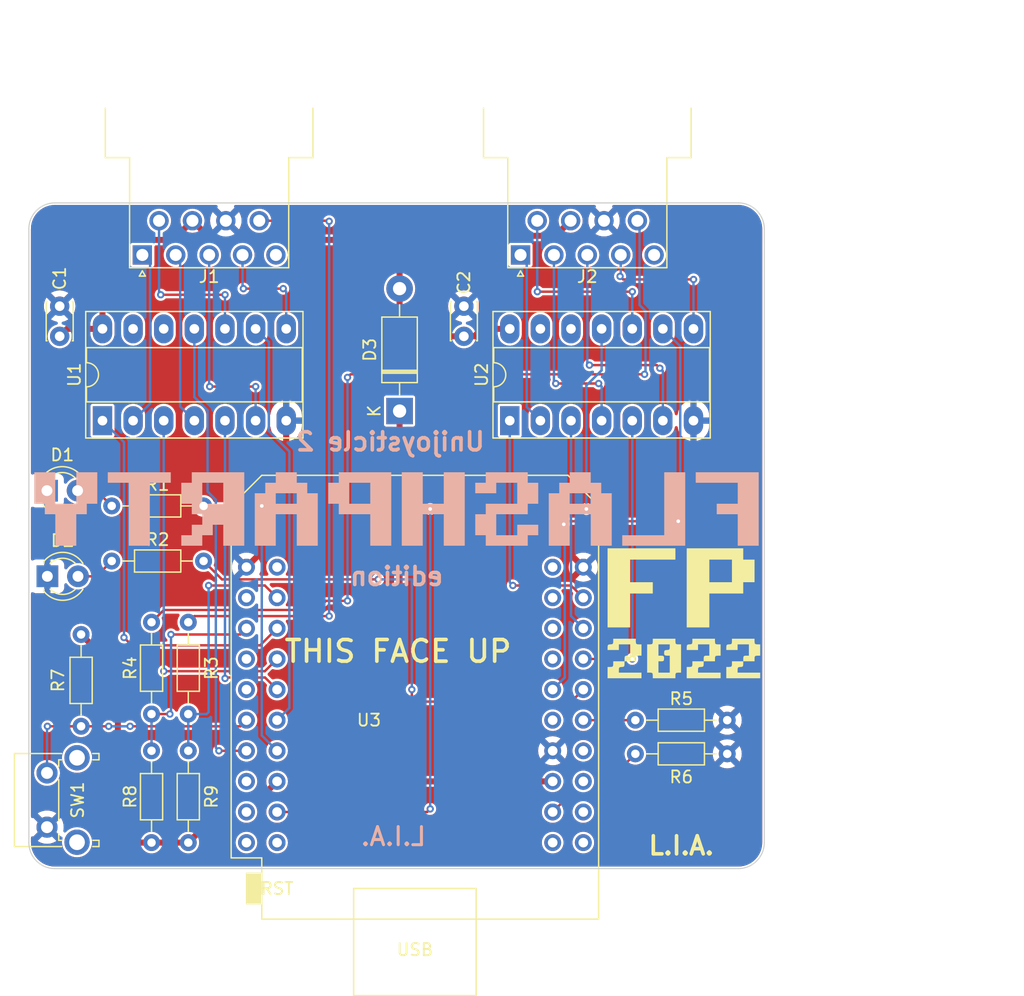
<source format=kicad_pcb>
(kicad_pcb (version 20211014) (generator pcbnew)
  (title_block (title "Unijoysticle 2 - Flashparty Edition") (date "2022-07-30") (rev "A") (company "Retro Moe"))
  (layers (0 "F.Cu" signal) (31 "B.Cu" signal) (34 "B.Paste" user) (35 "F.Paste" user) (36 "B.SilkS" user "B.Silkscreen") (37 "F.SilkS" user "F.Silkscreen") (38 "B.Mask" user) (39 "F.Mask" user) (44 "Edge.Cuts" user))
  (net 0 "")
  (net 1 "GND")
  (net 2 "GPIO_J1_LED")
  (net 3 "GPIO_J2_LED")
  (net 4 "GPIO_J1_POTX_SYNC")
  (net 5 "GPIO_J2_POTX_SYNC")
  (net 6 "GPIO_BOOTSTRAP_04")
  (net 7 "GPIO_BOOTSTRAP_15_LED_BT")
  (net 8 "GPIO_SWITCH_USER1")
  (net 9 "+3V3")
  (net 10 "GPIO_J1_UP")
  (net 11 "GPIO_J1_DOWN")
  (net 12 "J1UP")
  (net 13 "J1LEFT")
  (net 14 "J1DOWN")
  (net 15 "J1RIGHT")
  (net 16 "J1POTX")
  (net 17 "J1FIRE")
  (net 18 "J2UP")
  (net 19 "J2LEFT")
  (net 20 "J2DOWN")
  (net 21 "J2RIGHT")
  (net 22 "J2FIRE")
  (net 23 "Net-(D1-Pad2)")
  (net 24 "VDD")
  (net 25 "GPIO_J1_LEFT")
  (net 26 "GPIO_J1_RIGHT")
  (net 27 "GPIO_J1_FIRE")
  (net 28 "Net-(D2-Pad2)")
  (net 29 "+5V")
  (net 30 "GPIO_J2_UP")
  (net 31 "GPIO_J2_DOWN")
  (net 34 "GPIO_J2_LEFT")
  (net 35 "GPIO_J2_RIGHT")
  (net 37 "GPIO_J2_FIRE")
  (net 48 "J2POTX")
  (footprint "Connector_Dsub:DSUB-9_Female_Horizontal_P2.77x2.84mm_EdgePinOffset9.40mm" (layer "F.Cu") (at 152.781 79.248 180)
    (fp_text reference "J2" (at -5.54 -1.8 180) (layer "F.SilkS"))
    (fp_text value "DB9_Female")
    (pad "1" thru_hole rect (at 0 0 180) (size 1.6 1.6) (drill 1) (layers *.Cu *.Mask) (net 18 "J2UP"))
    (pad "2" thru_hole circle (at -2.77 0 180) (size 1.6 1.6) (drill 1) (layers *.Cu *.Mask) (net 20 "J2DOWN"))
    (pad "3" thru_hole circle (at -5.54 0 180) (size 1.6 1.6) (drill 1) (layers *.Cu *.Mask) (net 19 "J2LEFT"))
    (pad "4" thru_hole circle (at -8.31 0 180) (size 1.6 1.6) (drill 1) (layers *.Cu *.Mask) (net 21 "J2RIGHT"))
    (pad "5" thru_hole circle (at -11.08 0 180) (size 1.6 1.6) (drill 1) (layers *.Cu *.Mask))
    (pad "6" thru_hole circle (at -1.385 2.84 180) (size 1.6 1.6) (drill 1) (layers *.Cu *.Mask) (net 22 "J2FIRE"))
    (pad "7" thru_hole circle (at -4.155 2.84 180) (size 1.6 1.6) (drill 1) (layers *.Cu *.Mask) (net 29 "+5V"))
    (pad "8" thru_hole circle (at -6.925 2.84 180) (size 1.6 1.6) (drill 1) (layers *.Cu *.Mask) (net 1 "GND"))
    (pad "9" thru_hole circle (at -9.695 2.84 180) (size 1.6 1.6) (drill 1) (layers *.Cu *.Mask) (net 48 "J2POTX"))
  )
  (footprint "Connector_Dsub:DSUB-9_Female_Horizontal_P2.77x2.84mm_EdgePinOffset9.40mm" (layer "F.Cu") (at 121.412 79.248 180)
    (fp_text reference "J1" (at -5.54 -1.8 180) (layer "F.SilkS"))
    (fp_text value "DB9_Female")
    (pad "1" thru_hole rect (at 0 0 180) (size 1.6 1.6) (drill 1) (layers *.Cu *.Mask) (net 12 "J1UP"))
    (pad "2" thru_hole circle (at -2.77 0 180) (size 1.6 1.6) (drill 1) (layers *.Cu *.Mask) (net 14 "J1DOWN"))
    (pad "3" thru_hole circle (at -5.54 0 180) (size 1.6 1.6) (drill 1) (layers *.Cu *.Mask) (net 13 "J1LEFT"))
    (pad "4" thru_hole circle (at -8.31 0 180) (size 1.6 1.6) (drill 1) (layers *.Cu *.Mask) (net 15 "J1RIGHT"))
    (pad "5" thru_hole circle (at -11.08 0 180) (size 1.6 1.6) (drill 1) (layers *.Cu *.Mask))
    (pad "6" thru_hole circle (at -1.385 2.84 180) (size 1.6 1.6) (drill 1) (layers *.Cu *.Mask) (net 17 "J1FIRE"))
    (pad "7" thru_hole circle (at -4.155 2.84 180) (size 1.6 1.6) (drill 1) (layers *.Cu *.Mask) (net 29 "+5V"))
    (pad "8" thru_hole circle (at -6.925 2.84 180) (size 1.6 1.6) (drill 1) (layers *.Cu *.Mask) (net 1 "GND"))
    (pad "9" thru_hole circle (at -9.695 2.84 180) (size 1.6 1.6) (drill 1) (layers *.Cu *.Mask) (net 16 "J1POTX"))
  )
  (footprint "Resistor_THT:R_Axial_DIN0204_L3.6mm_D1.6mm_P7.62mm_Horizontal" (layer "F.Cu") (at 126.492 100.076 180)
    (fp_text reference "R1" (at 3.81 1.778) (layer "F.SilkS"))
    (fp_text value "150")
    (pad "1" thru_hole circle (at 0 0 180) (size 1.4 1.4) (drill 0.7) (layers *.Cu *.Mask) (net 2 "GPIO_J1_LED"))
    (pad "2" thru_hole oval (at 7.62 0 180) (size 1.4 1.4) (drill 0.7) (layers *.Cu *.Mask) (net 23 "Net-(D1-Pad2)"))
  )
  (footprint "Resistor_THT:R_Axial_DIN0204_L3.6mm_D1.6mm_P7.62mm_Horizontal" (layer "F.Cu") (at 126.492 104.648 180)
    (fp_text reference "R2" (at 3.81 1.778) (layer "F.SilkS"))
    (fp_text value "150")
    (pad "1" thru_hole circle (at 0 0 180) (size 1.4 1.4) (drill 0.7) (layers *.Cu *.Mask) (net 3 "GPIO_J2_LED"))
    (pad "2" thru_hole oval (at 7.62 0 180) (size 1.4 1.4) (drill 0.7) (layers *.Cu *.Mask) (net 28 "Net-(D2-Pad2)"))
  )
  (footprint "Button_Switch_THT:SW_Tactile_SPST_Angled_PTS645Vx39-2LFS" (layer "F.Cu") (at 113.5045 126.735 90)
    (fp_text reference "SW1" (at 2.25 2.54 90) (layer "F.SilkS"))
    (fp_text value "SW_Push")
    (pad "" thru_hole circle (at -1.25 2.49 90) (size 2.1 2.1) (drill 1.3) (layers *.Cu *.Mask))
    (pad "" thru_hole circle (at 5.76 2.49 90) (size 2.1 2.1) (drill 1.3) (layers *.Cu *.Mask))
    (pad "1" thru_hole circle (at 0 0 90) (size 1.75 1.75) (drill 0.99) (layers *.Cu *.Mask) (net 1 "GND"))
    (pad "2" thru_hole circle (at 4.5 0 90) (size 1.75 1.75) (drill 0.99) (layers *.Cu *.Mask) (net 8 "GPIO_SWITCH_USER1"))
  )
  (footprint "LED_THT:LED_D3.0mm" (layer "F.Cu") (at 113.533 105.918)
    (fp_text reference "D2" (at 1.27 -2.96) (layer "F.SilkS"))
    (fp_text value "LED")
    (pad "1" thru_hole rect (at 0 0) (size 1.8 1.8) (drill 0.9) (layers *.Cu *.Mask) (net 1 "GND"))
    (pad "2" thru_hole circle (at 2.54 0) (size 1.8 1.8) (drill 0.9) (layers *.Cu *.Mask) (net 28 "Net-(D2-Pad2)"))
  )
  (footprint "LED_THT:LED_D3.0mm" (layer "F.Cu") (at 113.5 98.806)
    (fp_text reference "D1" (at 1.27 -2.96) (layer "F.SilkS"))
    (fp_text value "LED")
    (pad "1" thru_hole rect (at 0 0) (size 1.8 1.8) (drill 0.9) (layers *.Cu *.Mask) (net 1 "GND"))
    (pad "2" thru_hole circle (at 2.54 0) (size 1.8 1.8) (drill 0.9) (layers *.Cu *.Mask) (net 23 "Net-(D1-Pad2)"))
  )
  (footprint "Resistor_THT:R_Axial_DIN0204_L3.6mm_D1.6mm_P7.62mm_Horizontal" (layer "F.Cu") (at 169.926 117.856 180)
    (fp_text reference "R5" (at 3.81 1.778) (layer "F.SilkS"))
    (fp_text value "0")
    (pad "1" thru_hole circle (at 0 0 180) (size 1.4 1.4) (drill 0.7) (layers *.Cu *.Mask) (net 1 "GND"))
    (pad "2" thru_hole oval (at 7.62 0 180) (size 1.4 1.4) (drill 0.7) (layers *.Cu *.Mask) (net 6 "GPIO_BOOTSTRAP_04"))
  )
  (footprint "Capacitor_THT:C_Disc_D3.0mm_W2.0mm_P2.50mm" (layer "F.Cu") (at 148.082 86 90)
    (fp_text reference "C2" (at 4.466 0 90) (layer "F.SilkS"))
    (fp_text value ".1uF")
    (pad "1" thru_hole circle (at 0 0 90) (size 1.6 1.6) (drill 0.8) (layers *.Cu *.Mask) (net 29 "+5V"))
    (pad "2" thru_hole circle (at 2.5 0 90) (size 1.6 1.6) (drill 0.8) (layers *.Cu *.Mask) (net 1 "GND"))
  )
  (footprint "Resistor_THT:R_Axial_DIN0204_L3.6mm_D1.6mm_P7.62mm_Horizontal" (layer "F.Cu") (at 116.332 118.364 90)
    (fp_text reference "R7" (at 3.81 -1.92 90) (layer "F.SilkS"))
    (fp_text value "10K")
    (pad "1" thru_hole circle (at 0 0 90) (size 1.4 1.4) (drill 0.7) (layers *.Cu *.Mask) (net 8 "GPIO_SWITCH_USER1"))
    (pad "2" thru_hole oval (at 7.62 0 90) (size 1.4 1.4) (drill 0.7) (layers *.Cu *.Mask) (net 9 "+3V3"))
  )
  (footprint "bmp:fp" (layer "F.Cu") (at 194.31 124.46)
    (fp_text reference "G***" hide)
    (fp_text value "LOGO" hide)
  )
  (footprint "Package_DIP:DIP-14_W7.62mm_Socket_LongPads" (layer "F.Cu") (at 118.105 93 90)
    (fp_text reference "U1" (at 3.81 -2.33 90) (layer "F.SilkS"))
    (fp_text value "74HC05")
    (pad "1" thru_hole rect (at 0 0 90) (size 2.4 1.6) (drill 0.8) (layers *.Cu *.Mask) (net 10 "GPIO_J1_UP"))
    (pad "2" thru_hole oval (at 0 2.54 90) (size 2.4 1.6) (drill 0.8) (layers *.Cu *.Mask) (net 12 "J1UP"))
    (pad "3" thru_hole oval (at 0 5.08 90) (size 2.4 1.6) (drill 0.8) (layers *.Cu *.Mask) (net 11 "GPIO_J1_DOWN"))
    (pad "4" thru_hole oval (at 0 7.62 90) (size 2.4 1.6) (drill 0.8) (layers *.Cu *.Mask) (net 14 "J1DOWN"))
    (pad "5" thru_hole oval (at 0 10.16 90) (size 2.4 1.6) (drill 0.8) (layers *.Cu *.Mask) (net 25 "GPIO_J1_LEFT"))
    (pad "6" thru_hole oval (at 0 12.7 90) (size 2.4 1.6) (drill 0.8) (layers *.Cu *.Mask) (net 13 "J1LEFT"))
    (pad "7" thru_hole oval (at 0 15.24 90) (size 2.4 1.6) (drill 0.8) (layers *.Cu *.Mask) (net 1 "GND"))
    (pad "8" thru_hole oval (at 7.62 15.24 90) (size 2.4 1.6) (drill 0.8) (layers *.Cu *.Mask) (net 15 "J1RIGHT"))
    (pad "9" thru_hole oval (at 7.62 12.7 90) (size 2.4 1.6) (drill 0.8) (layers *.Cu *.Mask) (net 26 "GPIO_J1_RIGHT"))
    (pad "10" thru_hole oval (at 7.62 10.16 90) (size 2.4 1.6) (drill 0.8) (layers *.Cu *.Mask) (net 17 "J1FIRE"))
    (pad "11" thru_hole oval (at 7.62 7.62 90) (size 2.4 1.6) (drill 0.8) (layers *.Cu *.Mask) (net 27 "GPIO_J1_FIRE"))
    (pad "12" thru_hole oval (at 7.62 5.08 90) (size 2.4 1.6) (drill 0.8) (layers *.Cu *.Mask))
    (pad "13" thru_hole oval (at 7.62 2.54 90) (size 2.4 1.6) (drill 0.8) (layers *.Cu *.Mask))
    (pad "14" thru_hole oval (at 7.62 0 90) (size 2.4 1.6) (drill 0.8) (layers *.Cu *.Mask) (net 29 "+5V"))
  )
  (footprint "Resistor_THT:R_Axial_DIN0204_L3.6mm_D1.6mm_P7.62mm_Horizontal" (layer "F.Cu") (at 169.926 120.65 180)
    (fp_text reference "R6" (at 3.81 -1.92) (layer "F.SilkS"))
    (fp_text value "0")
    (pad "1" thru_hole circle (at 0 0 180) (size 1.4 1.4) (drill 0.7) (layers *.Cu *.Mask) (net 1 "GND"))
    (pad "2" thru_hole oval (at 7.62 0 180) (size 1.4 1.4) (drill 0.7) (layers *.Cu *.Mask) (net 7 "GPIO_BOOTSTRAP_15_LED_BT"))
  )
  (footprint "Resistor_THT:R_Axial_DIN0204_L3.6mm_D1.6mm_P7.62mm_Horizontal" (layer "F.Cu") (at 122.174 109.728 -90)
    (fp_text reference "R4" (at 3.81 1.778 90) (layer "F.SilkS"))
    (fp_text value "150")
    (pad "1" thru_hole circle (at 0 0 270) (size 1.4 1.4) (drill 0.7) (layers *.Cu *.Mask) (net 48 "J2POTX"))
    (pad "2" thru_hole oval (at 7.62 0 270) (size 1.4 1.4) (drill 0.7) (layers *.Cu *.Mask) (net 5 "GPIO_J2_POTX_SYNC"))
  )
  (footprint "Resistor_THT:R_Axial_DIN0204_L3.6mm_D1.6mm_P7.62mm_Horizontal" (layer "F.Cu") (at 125.222 109.728 -90)
    (fp_text reference "R3" (at 3.81 -1.92 -270) (layer "F.SilkS"))
    (fp_text value "150")
    (pad "1" thru_hole circle (at 0 0 270) (size 1.4 1.4) (drill 0.7) (layers *.Cu *.Mask) (net 16 "J1POTX"))
    (pad "2" thru_hole oval (at 7.62 0 270) (size 1.4 1.4) (drill 0.7) (layers *.Cu *.Mask) (net 4 "GPIO_J1_POTX_SYNC"))
  )
  (footprint "Package_DIP:DIP-14_W7.62mm_Socket_LongPads" (layer "F.Cu") (at 151.887 93 90)
    (fp_text reference "U2" (at 3.81 -2.33 90) (layer "F.SilkS"))
    (fp_text value "74HC05")
    (pad "1" thru_hole rect (at 0 0 90) (size 2.4 1.6) (drill 0.8) (layers *.Cu *.Mask) (net 30 "GPIO_J2_UP"))
    (pad "2" thru_hole oval (at 0 2.54 90) (size 2.4 1.6) (drill 0.8) (layers *.Cu *.Mask) (net 18 "J2UP"))
    (pad "3" thru_hole oval (at 0 5.08 90) (size 2.4 1.6) (drill 0.8) (layers *.Cu *.Mask) (net 31 "GPIO_J2_DOWN"))
    (pad "4" thru_hole oval (at 0 7.62 90) (size 2.4 1.6) (drill 0.8) (layers *.Cu *.Mask) (net 20 "J2DOWN"))
    (pad "5" thru_hole oval (at 0 10.16 90) (size 2.4 1.6) (drill 0.8) (layers *.Cu *.Mask) (net 34 "GPIO_J2_LEFT"))
    (pad "6" thru_hole oval (at 0 12.7 90) (size 2.4 1.6) (drill 0.8) (layers *.Cu *.Mask) (net 19 "J2LEFT"))
    (pad "7" thru_hole oval (at 0 15.24 90) (size 2.4 1.6) (drill 0.8) (layers *.Cu *.Mask) (net 1 "GND"))
    (pad "8" thru_hole oval (at 7.62 15.24 90) (size 2.4 1.6) (drill 0.8) (layers *.Cu *.Mask) (net 21 "J2RIGHT"))
    (pad "9" thru_hole oval (at 7.62 12.7 90) (size 2.4 1.6) (drill 0.8) (layers *.Cu *.Mask) (net 35 "GPIO_J2_RIGHT"))
    (pad "10" thru_hole oval (at 7.62 10.16 90) (size 2.4 1.6) (drill 0.8) (layers *.Cu *.Mask) (net 22 "J2FIRE"))
    (pad "11" thru_hole oval (at 7.62 7.62 90) (size 2.4 1.6) (drill 0.8) (layers *.Cu *.Mask) (net 37 "GPIO_J2_FIRE"))
    (pad "12" thru_hole oval (at 7.62 5.08 90) (size 2.4 1.6) (drill 0.8) (layers *.Cu *.Mask))
    (pad "13" thru_hole oval (at 7.62 2.54 90) (size 2.4 1.6) (drill 0.8) (layers *.Cu *.Mask))
    (pad "14" thru_hole oval (at 7.62 0 90) (size 2.4 1.6) (drill 0.8) (layers *.Cu *.Mask) (net 29 "+5V"))
  )
  (footprint "Diode_THT:D_DO-41_SOD81_P10.16mm_Horizontal" (layer "F.Cu") (at 142.748 92.202 90)
    (fp_text reference "D3" (at 5.08 -2.47 90) (layer "F.SilkS"))
    (fp_text value "1N5819")
    (fp_text user "K" (at 0 -2.1 90) (layer "F.SilkS"))
    (pad "1" thru_hole rect (at 0 0 90) (size 2.2 2.2) (drill 1.1) (layers *.Cu *.Mask) (net 24 "VDD"))
    (pad "2" thru_hole oval (at 10.16 0 90) (size 2.2 2.2) (drill 1.1) (layers *.Cu *.Mask) (net 29 "+5V"))
  )
  (footprint "Resistor_THT:R_Axial_DIN0204_L3.6mm_D1.6mm_P7.62mm_Horizontal" (layer "F.Cu") (at 122.174 120.396 -90)
    (fp_text reference "R8" (at 3.81 1.778 90) (layer "F.SilkS"))
    (fp_text value "10K")
    (pad "1" thru_hole circle (at 0 0 270) (size 1.4 1.4) (drill 0.7) (layers *.Cu *.Mask) (net 5 "GPIO_J2_POTX_SYNC"))
    (pad "2" thru_hole oval (at 7.62 0 270) (size 1.4 1.4) (drill 0.7) (layers *.Cu *.Mask) (net 9 "+3V3"))
  )
  (footprint "ESP32_mini:ESP32_mini" (layer "F.Cu") (at 144.018 116.586)
    (fp_text reference "U3" (at -3.81 1.27) (layer "F.SilkS"))
    (fp_text value "mini_esp32")
    (fp_text user "RST" (at -11.43 15.24) (layer "F.SilkS"))
    (fp_text user "USB" (at 0 20.32) (layer "F.SilkS"))
    (pad "1" thru_hole circle locked (at -13.97 -11.43 270) (size 1.4 1.4) (drill 0.8) (layers *.Cu *.Mask) (net 1 "GND"))
    (pad "2" thru_hole circle locked (at -11.43 -11.43 270) (size 1.4 1.4) (drill 0.8) (layers *.Cu *.Mask))
    (pad "3" thru_hole circle locked (at -13.97 -8.89 270) (size 1.4 1.4) (drill 0.8) (layers *.Cu *.Mask))
    (pad "4" thru_hole circle locked (at -11.43 -8.89 270) (size 1.4 1.4) (drill 0.8) (layers *.Cu *.Mask) (net 4 "GPIO_J1_POTX_SYNC"))
    (pad "5" thru_hole circle locked (at -13.97 -6.35 270) (size 1.4 1.4) (drill 0.8) (layers *.Cu *.Mask) (net 5 "GPIO_J2_POTX_SYNC"))
    (pad "6" thru_hole circle locked (at -11.43 -6.35 270) (size 1.4 1.4) (drill 0.8) (layers *.Cu *.Mask) (net 10 "GPIO_J1_UP"))
    (pad "7" thru_hole circle locked (at -13.97 -3.81 270) (size 1.4 1.4) (drill 0.8) (layers *.Cu *.Mask))
    (pad "8" thru_hole circle locked (at -11.43 -3.81 270) (size 1.4 1.4) (drill 0.8) (layers *.Cu *.Mask) (net 11 "GPIO_J1_DOWN"))
    (pad "9" thru_hole circle locked (at -13.97 -1.27 270) (size 1.4 1.4) (drill 0.8) (layers *.Cu *.Mask))
    (pad "10" thru_hole circle locked (at -11.43 -1.27 270) (size 1.4 1.4) (drill 0.8) (layers *.Cu *.Mask) (net 25 "GPIO_J1_LEFT"))
    (pad "11" thru_hole circle locked (at -13.97 1.27 270) (size 1.4 1.4) (drill 0.8) (layers *.Cu *.Mask) (net 8 "GPIO_SWITCH_USER1"))
    (pad "12" thru_hole circle locked (at -11.43 1.27 270) (size 1.4 1.4) (drill 0.8) (layers *.Cu *.Mask) (net 26 "GPIO_J1_RIGHT"))
    (pad "13" thru_hole circle locked (at -13.97 3.81 270) (size 1.4 1.4) (drill 0.8) (layers *.Cu *.Mask) (net 27 "GPIO_J1_FIRE"))
    (pad "14" thru_hole circle locked (at -11.43 3.81 270) (size 1.4 1.4) (drill 0.8) (layers *.Cu *.Mask) (net 2 "GPIO_J1_LED"))
    (pad "15" thru_hole circle locked (at -13.97 6.35 270) (size 1.4 1.4) (drill 0.8) (layers *.Cu *.Mask))
    (pad "16" thru_hole circle locked (at -11.43 6.35 270) (size 1.4 1.4) (drill 0.8) (layers *.Cu *.Mask) (net 9 "+3V3"))
    (pad "17" thru_hole circle locked (at -13.97 8.89 270) (size 1.4 1.4) (drill 0.8) (layers *.Cu *.Mask))
    (pad "18" thru_hole circle locked (at -11.43 8.89 270) (size 1.4 1.4) (drill 0.8) (layers *.Cu *.Mask) (net 37 "GPIO_J2_FIRE"))
    (pad "19" thru_hole circle locked (at -13.97 11.43 270) (size 1.4 1.4) (drill 0.8) (layers *.Cu *.Mask))
    (pad "20" thru_hole circle locked (at -11.43 11.43 270) (size 1.4 1.4) (drill 0.8) (layers *.Cu *.Mask))
    (pad "21" thru_hole circle locked (at 11.43 -11.43 270) (size 1.4 1.4) (drill 0.8) (layers *.Cu *.Mask))
    (pad "22" thru_hole circle locked (at 13.97 -11.43 270) (size 1.4 1.4) (drill 0.8) (layers *.Cu *.Mask) (net 1 "GND"))
    (pad "23" thru_hole circle locked (at 11.43 -8.89 270) (size 1.4 1.4) (drill 0.8) (layers *.Cu *.Mask))
    (pad "24" thru_hole circle locked (at 13.97 -8.89 270) (size 1.4 1.4) (drill 0.8) (layers *.Cu *.Mask) (net 30 "GPIO_J2_UP"))
    (pad "25" thru_hole circle locked (at 11.43 -6.35 270) (size 1.4 1.4) (drill 0.8) (layers *.Cu *.Mask))
    (pad "26" thru_hole circle locked (at 13.97 -6.35 270) (size 1.4 1.4) (drill 0.8) (layers *.Cu *.Mask) (net 31 "GPIO_J2_DOWN"))
    (pad "27" thru_hole circle locked (at 11.43 -3.81 270) (size 1.4 1.4) (drill 0.8) (layers *.Cu *.Mask))
    (pad "28" thru_hole circle locked (at 13.97 -3.81 270) (size 1.4 1.4) (drill 0.8) (layers *.Cu *.Mask) (net 34 "GPIO_J2_LEFT"))
    (pad "29" thru_hole circle locked (at 11.43 -1.27 270) (size 1.4 1.4) (drill 0.8) (layers *.Cu *.Mask) (net 35 "GPIO_J2_RIGHT"))
    (pad "30" thru_hole circle locked (at 13.97 -1.27 270) (size 1.4 1.4) (drill 0.8) (layers *.Cu *.Mask) (net 3 "GPIO_J2_LED"))
    (pad "31" thru_hole circle locked (at 11.43 1.27 270) (size 1.4 1.4) (drill 0.8) (layers *.Cu *.Mask))
    (pad "32" thru_hole circle locked (at 13.97 1.27 270) (size 1.4 1.4) (drill 0.8) (layers *.Cu *.Mask) (net 6 "GPIO_BOOTSTRAP_04"))
    (pad "33" thru_hole circle locked (at 11.43 3.81 270) (size 1.4 1.4) (drill 0.8) (layers *.Cu *.Mask) (net 1 "GND"))
    (pad "34" thru_hole circle locked (at 13.97 3.81 270) (size 1.4 1.4) (drill 0.8) (layers *.Cu *.Mask))
    (pad "35" thru_hole circle locked (at 11.43 6.35 270) (size 1.4 1.4) (drill 0.8) (layers *.Cu *.Mask) (net 24 "VDD"))
    (pad "36" thru_hole circle locked (at 13.97 6.35 270) (size 1.4 1.4) (drill 0.8) (layers *.Cu *.Mask))
    (pad "37" thru_hole circle locked (at 11.43 8.89 270) (size 1.4 1.4) (drill 0.8) (layers *.Cu *.Mask) (net 7 "GPIO_BOOTSTRAP_15_LED_BT"))
    (pad "38" thru_hole circle locked (at 13.97 8.89 270) (size 1.4 1.4) (drill 0.8) (layers *.Cu *.Mask))
    (pad "39" thru_hole circle locked (at 11.43 11.43 270) (size 1.4 1.4) (drill 0.8) (layers *.Cu *.Mask))
    (pad "40" thru_hole circle locked (at 13.97 11.43 270) (size 1.4 1.4) (drill 0.8) (layers *.Cu *.Mask))
  )
  (footprint "Capacitor_THT:C_Disc_D3.0mm_W2.0mm_P2.50mm" (layer "F.Cu") (at 114.554 86 90)
    (fp_text reference "C1" (at 4.806 0 90) (layer "F.SilkS"))
    (fp_text value ".1uF")
    (pad "1" thru_hole circle (at 0 0 90) (size 1.6 1.6) (drill 0.8) (layers *.Cu *.Mask) (net 29 "+5V"))
    (pad "2" thru_hole circle (at 2.5 0 90) (size 1.6 1.6) (drill 0.8) (layers *.Cu *.Mask) (net 1 "GND"))
  )
  (footprint "Resistor_THT:R_Axial_DIN0204_L3.6mm_D1.6mm_P7.62mm_Horizontal" (layer "F.Cu") (at 125.222 120.396 -90)
    (fp_text reference "R9" (at 3.81 -1.92 90) (layer "F.SilkS"))
    (fp_text value "10K")
    (pad "1" thru_hole circle (at 0 0 270) (size 1.4 1.4) (drill 0.7) (layers *.Cu *.Mask) (net 4 "GPIO_J1_POTX_SYNC"))
    (pad "2" thru_hole oval (at 7.62 0 270) (size 1.4 1.4) (drill 0.7) (layers *.Cu *.Mask) (net 9 "+3V3"))
  )
  (footprint "bmp:flashparty" (layer "B.Cu") (at 142.494 100.33 180)
    (fp_text reference "G***" hide)
    (fp_text value "LOGO" hide)
  )
  (gr_line (start 173 77.089) (end 172.999 128.013356) (layer "Edge.Cuts") (width 0.1))
  (gr_line (start 114.159 130.172356) (end 170.84 130.172356) (layer "Edge.Cuts") (width 0.1))
  (gr_line (start 170.84 74.929) (end 114.159 74.93) (layer "Edge.Cuts") (width 0.1))
  (gr_arc (start 170.84 74.929) (mid 172.367351 75.561649) (end 173 77.089) (layer "Edge.Cuts") (width 0.1))
  (gr_line (start 112 77.089) (end 112 128.013356) (layer "Edge.Cuts") (width 0.1))
  (gr_arc (start 114.159 130.172356) (mid 112.632356 129.54) (end 112 128.013356) (layer "Edge.Cuts") (width 0.1))
  (gr_arc (start 172.999 128.013356) (mid 172.366644 129.54) (end 170.84 130.172356) (layer "Edge.Cuts") (width 0.1))
  (gr_arc (start 112 77.089) (mid 112.632356 75.562356) (end 114.159 74.93) (layer "Edge.Cuts") (width 0.1))
  (gr_text "L.I.A." (at 142.24 127.508) (layer "B.SilkS") (effects (font (size 1.5 1.5) (thickness 0.25)) (justify mirror)))
  (gr_text "edition" (at 142.494 105.918) (layer "B.SilkS") (effects (font (size 1.5 1.5) (thickness 0.3)) (justify mirror)))
  (gr_text "Unijoysticle 2" (at 141.986 94.742) (layer "B.SilkS") (effects (font (size 1.5 1.5) (thickness 0.3)) (justify mirror)))
  (gr_text "L.I.A." (at 166.116 128.27) (layer "F.SilkS") (effects (font (size 1.5 1.5) (thickness 0.3))))
  (gr_text "THIS FACE UP" (at 142.621 112.141) (layer "F.SilkS") (effects (font (size 1.8 1.8) (thickness 0.3))))
  (segment (start 131.318 100.076) (end 126.492 100.076) (width 0.2) (layer "F.Cu") (net 2))
  (via (at 131.318 100.076) (size 0.6) (drill 0.3) (layers "F.Cu" "B.Cu") (net 2))
  (segment (start 132.588 120.396) (end 131.318 119.126) (width 0.2) (layer "B.Cu") (net 2))
  (segment (start 131.318 119.126) (end 131.318 100.076) (width 0.2) (layer "B.Cu") (net 2))
  (segment (start 126.492 104.648) (end 128.016 106.172) (width 0.2) (layer "F.Cu") (net 3))
  (segment (start 157.988 115.316) (end 156.988 116.316) (width 0.2) (layer "F.Cu") (net 3))
  (segment (start 128.016 106.172) (end 140.97 106.172) (width 0.2) (layer "F.Cu") (net 3))
  (segment (start 143.764 116.078) (end 143.764 115.316) (width 0.2) (layer "F.Cu") (net 3))
  (segment (start 144.018 116.332) (end 143.764 116.078) (width 0.2) (layer "F.Cu") (net 3))
  (segment (start 156.988 116.316) (end 144.034 116.316) (width 0.2) (layer "F.Cu") (net 3))
  (segment (start 144.034 116.316) (end 144.018 116.332) (width 0.2) (layer "F.Cu") (net 3))
  (via (at 143.764 115.316) (size 0.6) (drill 0.3) (layers "F.Cu" "B.Cu") (net 3))
  (via (at 140.97 106.172) (size 0.6) (drill 0.3) (layers "F.Cu" "B.Cu") (net 3))
  (segment (start 143.764 106.172) (end 143.764 115.316) (width 0.2) (layer "B.Cu") (net 3))
  (segment (start 140.97 106.172) (end 143.764 106.172) (width 0.2) (layer "B.Cu") (net 3))
  (segment (start 131.572 106.68) (end 126.9085 106.68) (width 0.2) (layer "F.Cu") (net 4))
  (segment (start 132.588 107.696) (end 131.572 106.68) (width 0.2) (layer "F.Cu") (net 4))
  (via (at 126.9085 106.68) (size 0.6) (drill 0.3) (layers "F.Cu" "B.Cu") (net 4))
  (segment (start 126.746 117.348) (end 125.222 117.348) (width 0.2) (layer "B.Cu") (net 4))
  (segment (start 126.9085 117.1855) (end 126.746 117.348) (width 0.2) (layer "B.Cu") (net 4))
  (segment (start 126.9085 106.68) (end 126.9085 117.1855) (width 0.2) (layer "B.Cu") (net 4))
  (segment (start 125.222 117.348) (end 125.222 120.396) (width 0.2) (layer "B.Cu") (net 4))
  (segment (start 123.698 117.348) (end 122.174 117.348) (width 0.2) (layer "F.Cu") (net 5))
  (segment (start 123.7845 110.744) (end 129.54 110.744) (width 0.2) (layer "F.Cu") (net 5))
  (segment (start 129.54 110.744) (end 130.048 110.236) (width 0.2) (layer "F.Cu") (net 5))
  (via (at 123.7845 110.744) (size 0.6) (drill 0.3) (layers "F.Cu" "B.Cu") (net 5))
  (via (at 123.698 117.348) (size 0.6) (drill 0.3) (layers "F.Cu" "B.Cu") (net 5))
  (segment (start 123.79 117.256) (end 123.698 117.348) (width 0.2) (layer "B.Cu") (net 5))
  (segment (start 123.79 110.7495) (end 123.79 117.256) (width 0.2) (layer "B.Cu") (net 5))
  (segment (start 122.174 117.348) (end 122.174 120.396) (width 0.2) (layer "B.Cu") (net 5))
  (segment (start 123.7845 110.744) (end 123.79 110.7495) (width 0.2) (layer "B.Cu") (net 5))
  (segment (start 162.306 117.856) (end 157.988 117.856) (width 0.2) (layer "F.Cu") (net 6))
  (segment (start 162.306 120.65) (end 159.37411 123.58189) (width 0.2) (layer "F.Cu") (net 7))
  (segment (start 156.85589 124.06811) (end 155.448 125.476) (width 0.2) (layer "F.Cu") (net 7))
  (segment (start 159.37411 124.06811) (end 156.85589 124.06811) (width 0.2) (layer "F.Cu") (net 7))
  (segment (start 159.37411 123.58189) (end 159.37411 124.06811) (width 0.2) (layer "F.Cu") (net 7))
  (segment (start 129.54 118.364) (end 130.048 117.856) (width 0.2) (layer "F.Cu") (net 8))
  (segment (start 118.618 118.364) (end 116.332 118.364) (width 0.2) (layer "F.Cu") (net 8))
  (segment (start 113.538 118.364) (end 116.332 118.364) (width 0.2) (layer "F.Cu") (net 8))
  (segment (start 129.54 118.364) (end 120.396 118.364) (width 0.2) (layer "F.Cu") (net 8))
  (via (at 120.396 118.364) (size 0.6) (drill 0.3) (layers "F.Cu" "B.Cu") (net 8))
  (via (at 113.538 118.364) (size 0.6) (drill 0.3) (layers "F.Cu" "B.Cu") (net 8))
  (via (at 118.618 118.364) (size 0.6) (drill 0.3) (layers "F.Cu" "B.Cu") (net 8))
  (segment (start 113.5045 118.5845) (end 113.538 118.551) (width 0.2) (layer "B.Cu") (net 8))
  (segment (start 120.396 118.364) (end 118.618 118.364) (width 0.2) (layer "B.Cu") (net 8))
  (segment (start 113.5045 118.5845) (end 113.5045 122.235) (width 0.2) (layer "B.Cu") (net 8))
  (segment (start 113.538 118.551) (end 113.538 118.364) (width 0.2) (layer "B.Cu") (net 8))
  (segment (start 122.174 128.016) (end 125.222 128.016) (width 0.5) (layer "F.Cu") (net 9))
  (segment (start 119.38 113.792) (end 119.38 127.508) (width 0.5) (layer "F.Cu") (net 9))
  (segment (start 119.38 127.508) (end 119.888 128.016) (width 0.5) (layer "F.Cu") (net 9))
  (segment (start 129.063077 124.174923) (end 125.222 128.016) (width 0.5) (layer "F.Cu") (net 9))
  (segment (start 116.332 110.744) (end 119.38 113.792) (width 0.5) (layer "F.Cu") (net 9))
  (segment (start 131.349077 124.174923) (end 129.063077 124.174923) (width 0.5) (layer "F.Cu") (net 9))
  (segment (start 119.888 128.016) (end 122.174 128.016) (width 0.5) (layer "F.Cu") (net 9))
  (segment (start 132.588 122.936) (end 131.349077 124.174923) (width 0.5) (layer "F.Cu") (net 9))
  (segment (start 119.888 110.998) (end 120.53389 111.64389) (width 0.2) (layer "F.Cu") (net 10))
  (segment (start 120.53389 111.64389) (end 131.18011 111.64389) (width 0.2) (layer "F.Cu") (net 10))
  (segment (start 131.18011 111.64389) (end 132.588 110.236) (width 0.2) (layer "F.Cu") (net 10))
  (via (at 119.888 110.998) (size 0.6) (drill 0.3) (layers "F.Cu" "B.Cu") (net 10))
  (segment (start 118.105 93) (end 119.888 94.783) (width 0.2) (layer "B.Cu") (net 10))
  (segment (start 119.888 94.783) (end 119.888 110.998) (width 0.2) (layer "B.Cu") (net 10))
  (segment (start 123.952 113.792) (end 123.19 113.792) (width 0.2) (layer "F.Cu") (net 11))
  (segment (start 131.572 113.792) (end 132.588 112.776) (width 0.2) (layer "F.Cu") (net 11))
  (segment (start 123.952 113.792) (end 131.572 113.792) (width 0.2) (layer "F.Cu") (net 11))
  (via (at 123.19 113.792) (size 0.6) (drill 0.3) (layers "F.Cu" "B.Cu") (net 11))
  (segment (start 123.19 113.792) (end 123.19 113.03) (width 0.2) (layer "B.Cu") (net 11))
  (segment (start 123.19 113.03) (end 123.185 113.025) (width 0.2) (layer "B.Cu") (net 11))
  (segment (start 123.185 93) (end 123.185 113.025) (width 0.2) (layer "B.Cu") (net 11))
  (segment (start 122.05289 91.59211) (end 120.645 93) (width 0.2) (layer "B.Cu") (net 12))
  (segment (start 121.412 79.248) (end 122.05289 79.88889) (width 0.2) (layer "B.Cu") (net 12))
  (segment (start 122.05289 79.88889) (end 122.05289 91.59211) (width 0.2) (layer "B.Cu") (net 12))
  (segment (start 127 90.17) (end 130.81 90.17) (width 0.2) (layer "F.Cu") (net 13))
  (via (at 130.81 90.17) (size 0.6) (drill 0.3) (layers "F.Cu" "B.Cu") (net 13))
  (via (at 127 90.17) (size 0.6) (drill 0.3) (layers "F.Cu" "B.Cu") (net 13))
  (segment (start 126.952 90.122) (end 127 90.17) (width 0.2) (layer "B.Cu") (net 13))
  (segment (start 126.952 79.248) (end 126.952 90.122) (width 0.2) (layer "B.Cu") (net 13))
  (segment (start 130.805 90.175) (end 130.805 93) (width 0.2) (layer "B.Cu") (net 13))
  (segment (start 130.81 90.17) (end 130.805 90.175) (width 0.2) (layer "B.Cu") (net 13))
  (segment (start 124.548446 91.823446) (end 125.725 93) (width 0.2) (layer "B.Cu") (net 14))
  (segment (start 124.182 79.248) (end 124.548446 79.614446) (width 0.2) (layer "B.Cu") (net 14))
  (segment (start 124.548446 79.614446) (end 124.548446 91.823446) (width 0.2) (layer "B.Cu") (net 14))
  (segment (start 129.794 82.042) (end 133.096 82.042) (width 0.2) (layer "F.Cu") (net 15))
  (via (at 129.794 82.042) (size 0.6) (drill 0.3) (layers "F.Cu" "B.Cu") (net 15))
  (via (at 133.096 82.042) (size 0.6) (drill 0.3) (layers "F.Cu" "B.Cu") (net 15))
  (segment (start 129.722 81.97) (end 129.794 82.042) (width 0.2) (layer "B.Cu") (net 15))
  (segment (start 129.722 79.248) (end 129.722 81.97) (width 0.2) (layer "B.Cu") (net 15))
  (segment (start 133.096 82.042) (end 133.345 82.291) (width 0.2) (layer "B.Cu") (net 15))
  (segment (start 133.345 82.291) (end 133.345 85.38) (width 0.2) (layer "B.Cu") (net 15))
  (segment (start 136.906 109.22) (end 125.73 109.22) (width 0.2) (layer "F.Cu") (net 16))
  (segment (start 131.107 76.408) (end 136.86 76.408) (width 0.2) (layer "F.Cu") (net 16))
  (segment (start 125.73 109.22) (end 125.222 109.728) (width 0.2) (layer "F.Cu") (net 16))
  (segment (start 136.86 76.408) (end 136.906 76.454) (width 0.2) (layer "F.Cu") (net 16))
  (via (at 136.906 109.22) (size 0.6) (drill 0.3) (layers "F.Cu" "B.Cu") (net 16))
  (via (at 136.906 76.454) (size 0.6) (drill 0.3) (layers "F.Cu" "B.Cu") (net 16))
  (segment (start 136.906 76.454) (end 136.906 109.22) (width 0.2) (layer "B.Cu") (net 16))
  (segment (start 122.936 82.55) (end 128.27 82.55) (width 0.2) (layer "F.Cu") (net 17))
  (via (at 128.27 82.55) (size 0.6) (drill 0.3) (layers "F.Cu" "B.Cu") (net 17))
  (via (at 122.936 82.55) (size 0.6) (drill 0.3) (layers "F.Cu" "B.Cu") (net 17))
  (segment (start 122.797 76.408) (end 122.797 82.411) (width 0.2) (layer "B.Cu") (net 17))
  (segment (start 128.265 82.555) (end 128.265 85.38) (width 0.2) (layer "B.Cu") (net 17))
  (segment (start 122.797 82.411) (end 122.936 82.55) (width 0.2) (layer "B.Cu") (net 17))
  (segment (start 128.27 82.55) (end 128.265 82.555) (width 0.2) (layer "B.Cu") (net 17))
  (segment (start 153.29489 91.86789) (end 154.427 93) (width 0.2) (layer "B.Cu") (net 18))
  (segment (start 152.781 79.248) (end 153.29489 79.76189) (width 0.2) (layer "B.Cu") (net 18))
  (segment (start 153.29489 79.76189) (end 153.29489 91.86789) (width 0.2) (layer "B.Cu") (net 18))
  (segment (start 164.084 88.392) (end 164.338 88.646) (width 0.2) (layer "F.Cu") (net 19))
  (segment (start 158.496 88.392) (end 164.084 88.392) (width 0.2) (layer "F.Cu") (net 19))
  (via (at 164.338 88.646) (size 0.6) (drill 0.3) (layers "F.Cu" "B.Cu") (net 19))
  (via (at 158.496 88.392) (size 0.6) (drill 0.3) (layers "F.Cu" "B.Cu") (net 19))
  (segment (start 158.321 88.217) (end 158.496 88.392) (width 0.2) (layer "B.Cu") (net 19))
  (segment (start 164.587 88.895) (end 164.587 93) (width 0.2) (layer "B.Cu") (net 19))
  (segment (start 158.321 79.248) (end 158.321 88.217) (width 0.2) (layer "B.Cu") (net 19))
  (segment (start 164.338 88.646) (end 164.587 88.895) (width 0.2) (layer "B.Cu") (net 19))
  (segment (start 155.702 89.916) (end 159.258 89.916) (width 0.2) (layer "F.Cu") (net 20))
  (via (at 159.258 89.916) (size 0.6) (drill 0.3) (layers "F.Cu" "B.Cu") (net 20))
  (via (at 155.702 89.916) (size 0.6) (drill 0.3) (layers "F.Cu" "B.Cu") (net 20))
  (segment (start 159.507 90.165) (end 159.507 93) (width 0.2) (layer "B.Cu") (net 20))
  (segment (start 155.551 79.248) (end 155.551 89.765) (width 0.2) (layer "B.Cu") (net 20))
  (segment (start 155.551 89.765) (end 155.702 89.916) (width 0.2) (layer "B.Cu") (net 20))
  (segment (start 159.258 89.916) (end 159.507 90.165) (width 0.2) (layer "B.Cu") (net 20))
  (segment (start 161.29 81.28) (end 167.132 81.28) (width 0.2) (layer "F.Cu") (net 21))
  (segment (start 161.036 81.026) (end 161.29 81.28) (width 0.2) (layer "F.Cu") (net 21))
  (via (at 167.132 81.28) (size 0.6) (drill 0.3) (layers "F.Cu" "B.Cu") (net 21))
  (via (at 161.036 81.026) (size 0.6) (drill 0.3) (layers "F.Cu" "B.Cu") (net 21))
  (segment (start 167.132 81.28) (end 167.127 81.285) (width 0.2) (layer "B.Cu") (net 21))
  (segment (start 161.091 79.248) (end 161.091 80.971) (width 0.2) (layer "B.Cu") (net 21))
  (segment (start 161.091 80.971) (end 161.036 81.026) (width 0.2) (layer "B.Cu") (net 21))
  (segment (start 167.127 81.285) (end 167.127 85.38) (width 0.2) (layer "B.Cu") (net 21))
  (segment (start 154.178 82.296) (end 162.052 82.296) (width 0.2) (layer "F.Cu") (net 22))
  (via (at 154.178 82.296) (size 0.6) (drill 0.3) (layers "F.Cu" "B.Cu") (net 22))
  (via (at 162.052 82.296) (size 0.6) (drill 0.3) (layers "F.Cu" "B.Cu") (net 22))
  (segment (start 162.052 82.296) (end 162.047 82.301) (width 0.2) (layer "B.Cu") (net 22))
  (segment (start 162.047 82.301) (end 162.047 85.38) (width 0.2) (layer "B.Cu") (net 22))
  (segment (start 154.166 82.284) (end 154.178 82.296) (width 0.2) (layer "B.Cu") (net 22))
  (segment (start 154.166 76.408) (end 154.166 82.284) (width 0.2) (layer "B.Cu") (net 22))
  (segment (start 118.872 100.076) (end 117.602 98.806) (width 0.2) (layer "F.Cu") (net 23))
  (segment (start 117.602 98.806) (end 116.04 98.806) (width 0.2) (layer "F.Cu") (net 23))
  (segment (start 144.018 122.936) (end 155.448 122.936) (width 0.5) (layer "F.Cu") (net 24))
  (segment (start 142.748 121.666) (end 144.018 122.936) (width 0.5) (layer "F.Cu") (net 24))
  (segment (start 142.748 92.202) (end 142.748 121.666) (width 0.5) (layer "F.Cu") (net 24))
  (segment (start 131.588 114.316) (end 132.588 115.316) (width 0.2) (layer "F.Cu") (net 25))
  (segment (start 128.27 114.3915) (end 128.3455 114.316) (width 0.2) (layer "F.Cu") (net 25))
  (segment (start 128.3455 114.316) (end 131.588 114.316) (width 0.2) (layer "F.Cu") (net 25))
  (via (at 128.27 114.3915) (size 0.6) (drill 0.3) (layers "F.Cu" "B.Cu") (net 25))
  (segment (start 128.265 93) (end 128.265 114.3865) (width 0.2) (layer "B.Cu") (net 25))
  (segment (start 128.265 114.3865) (end 128.27 114.3915) (width 0.2) (layer "B.Cu") (net 25))
  (segment (start 131.905 86.48) (end 131.905 93.855635) (width 0.2) (layer "B.Cu") (net 26))
  (segment (start 133.604 95.554635) (end 133.604 116.84) (width 0.2) (layer "B.Cu") (net 26))
  (segment (start 131.905 93.855635) (end 133.604 95.554635) (width 0.2) (layer "B.Cu") (net 26))
  (segment (start 133.604 116.84) (end 132.588 117.856) (width 0.2) (layer "B.Cu") (net 26))
  (segment (start 130.805 85.38) (end 131.905 86.48) (width 0.2) (layer "B.Cu") (net 26))
  (segment (start 127.762 120.396) (end 130.048 120.396) (width 0.2) (layer "F.Cu") (net 27))
  (via (at 127.762 120.396) (size 0.6) (drill 0.3) (layers "F.Cu" "B.Cu") (net 27))
  (segment (start 126.825 92.144365) (end 126.825 98.885) (width 0.2) (layer "B.Cu") (net 27))
  (segment (start 127.508 120.142) (end 127.762 120.396) (width 0.2) (layer "B.Cu") (net 27))
  (segment (start 125.725 85.38) (end 125.725 91.044365) (width 0.2) (layer "B.Cu") (net 27))
  (segment (start 126.825 98.885) (end 127.508 99.568) (width 0.2) (layer "B.Cu") (net 27))
  (segment (start 127.508 99.568) (end 127.508 120.142) (width 0.2) (layer "B.Cu") (net 27))
  (segment (start 125.725 91.044365) (end 126.825 92.144365) (width 0.2) (layer "B.Cu") (net 27))
  (segment (start 117.602 105.918) (end 116.073 105.918) (width 0.2) (layer "F.Cu") (net 28))
  (segment (start 118.872 104.648) (end 117.602 105.918) (width 0.2) (layer "F.Cu") (net 28))
  (segment (start 148.082 86) (end 148.95 86) (width 0.5) (layer "F.Cu") (net 29))
  (segment (start 151.887 85.38) (end 149.57 85.38) (width 0.5) (layer "F.Cu") (net 29))
  (segment (start 125.567 76.408) (end 123.977 77.998) (width 0.5) (layer "F.Cu") (net 29))
  (segment (start 148.082 86) (end 144.166 86) (width 0.5) (layer "F.Cu") (net 29))
  (segment (start 115.174 85.38) (end 114.554 86) (width 0.5) (layer "F.Cu") (net 29))
  (segment (start 123.977 77.998) (end 122.408 77.998) (width 0.5) (layer "F.Cu") (net 29))
  (segment (start 142.748 79.034) (end 142.748 84.582) (width 0.5) (layer "F.Cu") (net 29))
  (segment (start 156.936 76.408) (end 155.686 77.658) (width 0.5) (layer "F.Cu") (net 29))
  (segment (start 122.408 77.998) (end 122.388 77.978) (width 0.5) (layer "F.Cu") (net 29))
  (segment (start 144.166 86) (end 142.748 84.582) (width 0.5) (layer "F.Cu") (net 29))
  (segment (start 149.672 77.658) (end 149.57 77.76) (width 0.5) (layer "F.Cu") (net 29))
  (segment (start 149.57 77.76) (end 149.57 85.38) (width 0.5) (layer "F.Cu") (net 29))
  (segment (start 127.157 77.998) (end 141.712 77.998) (width 0.5) (layer "F.Cu") (net 29))
  (segment (start 125.567 76.408) (end 127.157 77.998) (width 0.5) (layer "F.Cu") (net 29))
  (segment (start 118.11 77.978) (end 118.105 77.983) (width 0.5) (layer "F.Cu") (net 29))
  (segment (start 141.712 77.998) (end 142.748 79.034) (width 0.5) (layer "F.Cu") (net 29))
  (segment (start 155.686 77.658) (end 149.672 77.658) (width 0.5) (layer "F.Cu") (net 29))
  (segment (start 118.105 85.38) (end 115.174 85.38) (width 0.5) (layer "F.Cu") (net 29))
  (segment (start 122.388 77.978) (end 118.11 77.978) (width 0.5) (layer "F.Cu") (net 29))
  (segment (start 118.105 77.983) (end 118.105 85.38) (width 0.5) (layer "F.Cu") (net 29))
  (segment (start 148.95 86) (end 149.57 85.38) (width 0.5) (layer "F.Cu") (net 29))
  (segment (start 156.972 106.68) (end 157.988 107.696) (width 0.2) (layer "F.Cu") (net 30))
  (segment (start 152.146 106.68) (end 156.972 106.68) (width 0.2) (layer "F.Cu") (net 30))
  (via (at 152.146 106.68) (size 0.6) (drill 0.3) (layers "F.Cu" "B.Cu") (net 30))
  (segment (start 151.887 106.421) (end 152.146 106.68) (width 0.2) (layer "B.Cu") (net 30))
  (segment (start 151.887 93) (end 151.887 106.421) (width 0.2) (layer "B.Cu") (net 30))
  (segment (start 156.967 109.215) (end 157.988 110.236) (width 0.2) (layer "B.Cu") (net 31))
  (segment (start 156.967 93) (end 156.967 109.215) (width 0.2) (layer "B.Cu") (net 31))
  (segment (start 162.052 112.776) (end 157.988 112.776) (width 0.2) (layer "F.Cu") (net 34))
  (via (at 162.052 112.776) (size 0.6) (drill 0.3) (layers "F.Cu" "B.Cu") (net 34))
  (segment (start 162.047 112.771) (end 162.052 112.776) (width 0.2) (layer "B.Cu") (net 34))
  (segment (start 162.047 93) (end 162.047 112.771) (width 0.2) (layer "B.Cu") (net 34))
  (segment (start 156.6215 101.346) (end 156.3675 101.6) (width 0.2) (layer "F.Cu") (net 35))
  (segment (start 165.862 101.346) (end 156.6215 101.346) (width 0.2) (layer "F.Cu") (net 35))
  (via (at 165.862 101.346) (size 0.6) (drill 0.3) (layers "F.Cu" "B.Cu") (net 35))
  (via (at 156.3675 101.6) (size 0.6) (drill 0.3) (layers "F.Cu" "B.Cu") (net 35))
  (segment (start 156.448 101.6805) (end 156.3675 101.6) (width 0.2) (layer "B.Cu") (net 35))
  (segment (start 156.448 114.316) (end 156.448 101.6805) (width 0.2) (layer "B.Cu") (net 35))
  (segment (start 166.027 86.82) (end 166.027 101.181) (width 0.2) (layer "B.Cu") (net 35))
  (segment (start 166.027 101.181) (end 165.862 101.346) (width 0.2) (layer "B.Cu") (net 35))
  (segment (start 155.448 115.316) (end 156.448 114.316) (width 0.2) (layer "B.Cu") (net 35))
  (segment (start 164.587 85.38) (end 166.027 86.82) (width 0.2) (layer "B.Cu") (net 35))
  (segment (start 145.288 125.222) (end 145.034 125.476) (width 0.2) (layer "F.Cu") (net 37))
  (segment (start 158.242 100.33) (end 145.288 100.33) (width 0.2) (layer "F.Cu") (net 37))
  (segment (start 145.034 125.476) (end 132.588 125.476) (width 0.2) (layer "F.Cu") (net 37))
  (via (at 145.288 100.33) (size 0.6) (drill 0.3) (layers "F.Cu" "B.Cu") (net 37))
  (via (at 158.242 100.33) (size 0.6) (drill 0.3) (layers "F.Cu" "B.Cu") (net 37))
  (via (at 145.288 125.222) (size 0.6) (drill 0.3) (layers "F.Cu" "B.Cu") (net 37))
  (segment (start 158.242 90.083471) (end 158.242 100.33) (width 0.2) (layer "B.Cu") (net 37))
  (segment (start 159.507 85.38) (end 159.507 88.818471) (width 0.2) (layer "B.Cu") (net 37))
  (segment (start 159.507 88.818471) (end 158.242 90.083471) (width 0.2) (layer "B.Cu") (net 37))
  (segment (start 145.288 100.33) (end 145.288 125.222) (width 0.2) (layer "B.Cu") (net 37))
  (segment (start 163.068 89.154) (end 138.684 89.154) (width 0.2) (layer "F.Cu") (net 48))
  (segment (start 136.652 107.95) (end 138.43 107.95) (width 0.2) (layer "F.Cu") (net 48))
  (segment (start 123.19 108.712) (end 135.89 108.712) (width 0.2) (layer "F.Cu") (net 48))
  (segment (start 122.174 109.728) (end 123.19 108.712) (width 0.2) (layer "F.Cu") (net 48))
  (segment (start 135.89 108.712) (end 136.652 107.95) (width 0.2) (layer "F.Cu") (net 48))
  (segment (start 138.684 89.154) (end 138.43 89.408) (width 0.2) (layer "F.Cu") (net 48))
  (via (at 138.43 89.408) (size 0.6) (drill 0.3) (layers "F.Cu" "B.Cu") (net 48))
  (via (at 163.068 89.154) (size 0.6) (drill 0.3) (layers "F.Cu" "B.Cu") (net 48))
  (via (at 138.43 107.95) (size 0.6) (drill 0.3) (layers "F.Cu" "B.Cu") (net 48))
  (segment (start 163.147 89.075) (end 163.068 89.154) (width 0.2) (layer "B.Cu") (net 48))
  (segment (start 138.43 89.408) (end 138.43 107.95) (width 0.2) (layer "B.Cu") (net 48))
  (segment (start 162.476 76.408) (end 162.652 76.584) (width 0.2) (layer "B.Cu") (net 48))
  (segment (start 162.652 76.584) (end 162.652 83.404) (width 0.2) (layer "B.Cu") (net 48))
  (segment (start 162.652 83.404) (end 163.147 83.899) (width 0.2) (layer "B.Cu") (net 48))
  (segment (start 163.147 83.899) (end 163.147 89.075) (width 0.2) (layer "B.Cu") (net 48))
  (zone (net 1) (net_name "GND") (layer "F.Cu") (connect_pads (clearance 0.17)) (min_thickness 0.254) (fill yes (thermal_gap 0.508) (thermal_bridge_width 0.508))
    (polygon (pts (xy 111.76 74.93) (xy 173.99 74.93) (xy 175.26 133.096) (xy 111.76 132.842) (xy 111.76 113.03)))
  )
  (zone (net 1) (net_name "GND") (layer "B.Cu") (connect_pads (clearance 0.17)) (min_thickness 0.254) (fill yes (thermal_gap 0.508) (thermal_bridge_width 0.508))
    (polygon (pts (xy 111.76 74.93) (xy 173.99 74.93) (xy 176.022 134.112) (xy 111.506 133.35)))
  )
)
</source>
